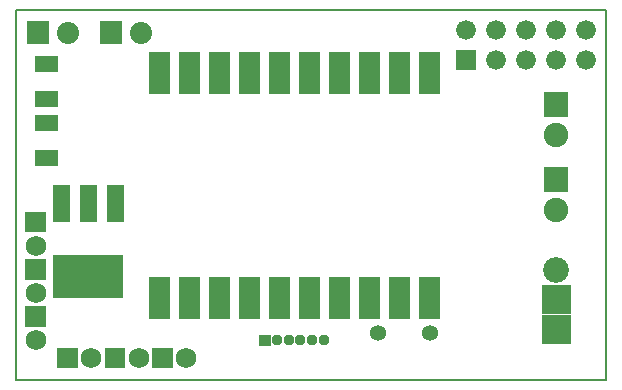
<source format=gbr>
G04 start of page 7 for group -4062 idx -4062 *
G04 Title: (unknown), soldermask *
G04 Creator: pcb 1.99z *
G04 CreationDate: Sun May  5 10:03:39 2013 UTC *
G04 For: matt *
G04 Format: Gerber/RS-274X *
G04 PCB-Dimensions (mil): 2165.35 1377.95 *
G04 PCB-Coordinate-Origin: lower left *
%MOIN*%
%FSLAX25Y25*%
%LNBOTTOMMASK*%
%ADD120R,0.0699X0.0699*%
%ADD119R,0.0580X0.0580*%
%ADD118R,0.1440X0.1440*%
%ADD117R,0.0532X0.0532*%
%ADD116C,0.0660*%
%ADD115C,0.0817*%
%ADD114C,0.0860*%
%ADD113C,0.0739*%
%ADD112C,0.0691*%
%ADD111C,0.0533*%
%ADD110C,0.0374*%
%ADD109C,0.0001*%
%ADD108C,0.0059*%
G54D108*X9843Y134488D02*Y11063D01*
X206693Y134488D02*Y11063D01*
X9843D02*X206693D01*
X9843Y134488D02*X206693D01*
G54D109*G36*
X91043Y26122D02*Y22382D01*
X94783D01*
Y26122D01*
X91043D01*
G37*
G54D110*X96850Y24252D03*
X100787D03*
X104724D03*
X108661D03*
X112598D03*
G54D111*X148031Y26811D03*
X130709D03*
G54D109*G36*
X23713Y21799D02*Y14894D01*
X30618D01*
Y21799D01*
X23713D01*
G37*
G54D112*X35039Y18346D03*
G54D109*G36*
X39461Y21799D02*Y14894D01*
X46366D01*
Y21799D01*
X39461D01*
G37*
G54D112*X50787Y18346D03*
G54D109*G36*
X13083Y67075D02*Y60169D01*
X19988D01*
Y67075D01*
X13083D01*
G37*
G36*
X13629Y130505D02*Y123117D01*
X21017D01*
Y130505D01*
X13629D01*
G37*
G54D113*X27323Y126811D03*
G54D109*G36*
X38039Y130505D02*Y123117D01*
X45426D01*
Y130505D01*
X38039D01*
G37*
G54D113*X51732Y126811D03*
G54D112*X16535Y55748D03*
G54D109*G36*
X13083Y51327D02*Y44421D01*
X19988D01*
Y51327D01*
X13083D01*
G37*
G54D112*X16535Y40000D03*
G54D109*G36*
X13083Y35579D02*Y28673D01*
X19988D01*
Y35579D01*
X13083D01*
G37*
G54D112*X16535Y24252D03*
G54D109*G36*
X55209Y21799D02*Y14894D01*
X62114D01*
Y21799D01*
X55209D01*
G37*
G54D112*X66535Y18346D03*
G54D109*G36*
X185200Y32595D02*Y22995D01*
X194800D01*
Y32595D01*
X185200D01*
G37*
G36*
Y42595D02*Y32995D01*
X194800D01*
Y42595D01*
X185200D01*
G37*
G54D114*X190000Y47795D03*
G54D115*Y67795D03*
G54D109*G36*
X185913Y81883D02*Y73708D01*
X194087D01*
Y81883D01*
X185913D01*
G37*
G36*
X156700Y121095D02*Y114495D01*
X163300D01*
Y121095D01*
X156700D01*
G37*
G54D116*X160000Y127795D03*
X170000Y117795D03*
Y127795D03*
X180000Y117795D03*
Y127795D03*
X190000Y117795D03*
Y127795D03*
X200000Y117795D03*
Y127795D03*
G54D109*G36*
X185913Y106883D02*Y98708D01*
X194087D01*
Y106883D01*
X185913D01*
G37*
G54D115*X190000Y92795D03*
G54D117*X18898Y84843D02*X21260D01*
G54D118*X29539Y45521D02*X38539D01*
G54D119*X25039Y73221D02*Y66621D01*
X34039Y73221D02*Y66621D01*
X43139Y73221D02*Y66621D01*
G54D117*X18898Y96653D02*X21260D01*
X18898Y116338D02*X21260D01*
X18898Y104528D02*X21260D01*
G54D120*X87874Y41925D02*Y34925D01*
X107874Y41925D02*Y34925D01*
X97874Y41925D02*Y34925D01*
X117874Y41925D02*Y34925D01*
X127874Y41925D02*Y34925D01*
X137874Y41925D02*Y34925D01*
X147874Y41925D02*Y34925D01*
X107835Y116768D02*Y109768D01*
X97835Y116768D02*Y109768D01*
X127835Y116768D02*Y109768D01*
X117835Y116768D02*Y109768D01*
X147835Y116768D02*Y109768D01*
X137835Y116768D02*Y109768D01*
X87835Y116768D02*Y109768D01*
X77874Y41925D02*Y34925D01*
X57874Y41925D02*Y34925D01*
X67874Y41925D02*Y34925D01*
X77835Y116768D02*Y109768D01*
X67835Y116768D02*Y109768D01*
X57835Y116768D02*Y109768D01*
M02*

</source>
